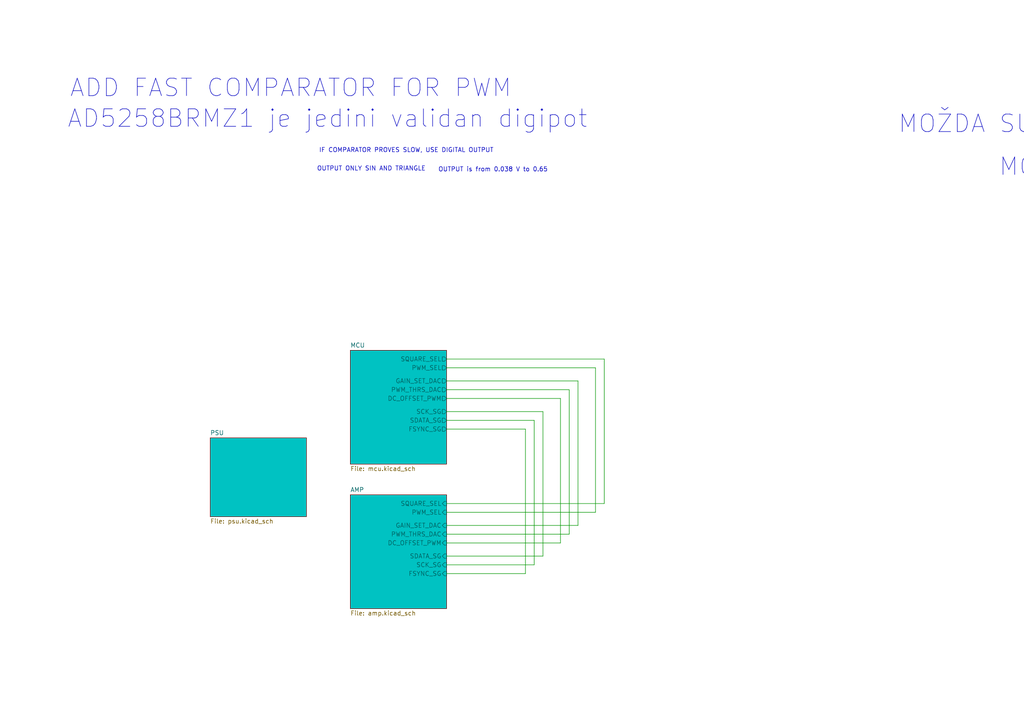
<source format=kicad_sch>
(kicad_sch
	(version 20231120)
	(generator "eeschema")
	(generator_version "8.0")
	(uuid "60b34cbc-2eaa-4dea-9ec7-288b3cc4f4a7")
	(paper "A4")
	(lib_symbols)
	(wire
		(pts
			(xy 167.64 152.4) (xy 129.54 152.4)
		)
		(stroke
			(width 0)
			(type default)
		)
		(uuid "09cf79c3-0fee-4122-be55-4668af9ef424")
	)
	(wire
		(pts
			(xy 129.54 113.03) (xy 165.1 113.03)
		)
		(stroke
			(width 0)
			(type default)
		)
		(uuid "0be0d49d-c684-41b8-9784-9045e50ea973")
	)
	(wire
		(pts
			(xy 157.48 161.29) (xy 129.54 161.29)
		)
		(stroke
			(width 0)
			(type default)
		)
		(uuid "10e01c94-a50c-41c3-8f19-9cc4f0a7751d")
	)
	(wire
		(pts
			(xy 152.4 124.46) (xy 152.4 166.37)
		)
		(stroke
			(width 0)
			(type default)
		)
		(uuid "31ff0527-7ce6-4429-9ed6-0f4a8df4ef1a")
	)
	(wire
		(pts
			(xy 172.72 148.59) (xy 129.54 148.59)
		)
		(stroke
			(width 0)
			(type default)
		)
		(uuid "35ed6bbe-7c10-455a-8277-daa1d03fbc71")
	)
	(wire
		(pts
			(xy 172.72 106.68) (xy 172.72 148.59)
		)
		(stroke
			(width 0)
			(type default)
		)
		(uuid "57845b89-7eb2-4e31-bbfd-954cae813379")
	)
	(wire
		(pts
			(xy 129.54 146.05) (xy 175.26 146.05)
		)
		(stroke
			(width 0)
			(type default)
		)
		(uuid "59a76c22-f7eb-4320-a9dc-2cd125e29da4")
	)
	(wire
		(pts
			(xy 167.64 110.49) (xy 167.64 152.4)
		)
		(stroke
			(width 0)
			(type default)
		)
		(uuid "5ea8a632-a283-43b5-8bda-b4cdf574c604")
	)
	(wire
		(pts
			(xy 175.26 104.14) (xy 129.54 104.14)
		)
		(stroke
			(width 0)
			(type default)
		)
		(uuid "6234b657-6452-4de0-b71f-6bd4ac64de30")
	)
	(wire
		(pts
			(xy 129.54 124.46) (xy 152.4 124.46)
		)
		(stroke
			(width 0)
			(type default)
		)
		(uuid "703169da-4154-4140-bc92-3dfcd20c8d08")
	)
	(wire
		(pts
			(xy 129.54 110.49) (xy 167.64 110.49)
		)
		(stroke
			(width 0)
			(type default)
		)
		(uuid "80bb4c79-0a51-4f37-901b-50b74b43c040")
	)
	(wire
		(pts
			(xy 165.1 113.03) (xy 165.1 154.94)
		)
		(stroke
			(width 0)
			(type default)
		)
		(uuid "8d5625a2-97db-4880-bfde-1f6e140c48d4")
	)
	(wire
		(pts
			(xy 129.54 119.38) (xy 157.48 119.38)
		)
		(stroke
			(width 0)
			(type default)
		)
		(uuid "8e4da920-90c3-44f2-81c3-6c820ff4e89b")
	)
	(wire
		(pts
			(xy 162.56 157.48) (xy 129.54 157.48)
		)
		(stroke
			(width 0)
			(type default)
		)
		(uuid "90924c4d-3a38-4bf4-8b8e-eb8a1666373f")
	)
	(wire
		(pts
			(xy 129.54 115.57) (xy 162.56 115.57)
		)
		(stroke
			(width 0)
			(type default)
		)
		(uuid "9c604b2d-3d2f-4548-8fc3-9f03fab4261b")
	)
	(wire
		(pts
			(xy 157.48 119.38) (xy 157.48 161.29)
		)
		(stroke
			(width 0)
			(type default)
		)
		(uuid "9e70c40d-a5e2-49f4-9526-be7ae6a5624e")
	)
	(wire
		(pts
			(xy 154.94 163.83) (xy 154.94 121.92)
		)
		(stroke
			(width 0)
			(type default)
		)
		(uuid "a4167620-a0f6-4123-9450-f8687dfba52c")
	)
	(wire
		(pts
			(xy 175.26 146.05) (xy 175.26 104.14)
		)
		(stroke
			(width 0)
			(type default)
		)
		(uuid "a5dbc395-9c4b-46ee-8953-7bf60cd4bd81")
	)
	(wire
		(pts
			(xy 129.54 163.83) (xy 154.94 163.83)
		)
		(stroke
			(width 0)
			(type default)
		)
		(uuid "ab0ec86f-88b6-4755-8f4b-1fdca2c4a15b")
	)
	(wire
		(pts
			(xy 154.94 121.92) (xy 129.54 121.92)
		)
		(stroke
			(width 0)
			(type default)
		)
		(uuid "c3ae2f6b-f1d1-4456-ae13-bf199908ef8f")
	)
	(wire
		(pts
			(xy 165.1 154.94) (xy 129.54 154.94)
		)
		(stroke
			(width 0)
			(type default)
		)
		(uuid "c5520024-cc25-4fcb-861e-032f20dff90c")
	)
	(wire
		(pts
			(xy 129.54 166.37) (xy 152.4 166.37)
		)
		(stroke
			(width 0)
			(type default)
		)
		(uuid "ca222e8e-8cb4-4e8e-8da3-07e7fcbf3d09")
	)
	(wire
		(pts
			(xy 162.56 115.57) (xy 162.56 157.48)
		)
		(stroke
			(width 0)
			(type default)
		)
		(uuid "deafb105-5464-4518-82f6-8952bd0902a2")
	)
	(wire
		(pts
			(xy 129.54 106.68) (xy 172.72 106.68)
		)
		(stroke
			(width 0)
			(type default)
		)
		(uuid "f712eb3a-2267-4351-b003-76f9bbe7f676")
	)
	(text "OUTPUT is from 0.038 V to 0.65"
		(exclude_from_sim no)
		(at 143.002 49.276 0)
		(effects
			(font
				(size 1.27 1.27)
			)
		)
		(uuid "452b5ddc-a674-4d81-aabd-55735407fc3b")
	)
	(text "IF COMPARATOR PROVES SLOW, USE DIGITAL OUTPUT"
		(exclude_from_sim no)
		(at 117.856 43.688 0)
		(effects
			(font
				(size 1.27 1.27)
			)
		)
		(uuid "6c20334e-be00-49de-8883-f8342d57687d")
	)
	(text "ADD FAST COMPARATOR FOR PWM"
		(exclude_from_sim no)
		(at 84.328 25.654 0)
		(effects
			(font
				(size 5.08 5.08)
			)
		)
		(uuid "99dc424d-0eff-4578-91cf-a88f4ebd2a43")
	)
	(text "MOŽDA 8 channel mux"
		(exclude_from_sim no)
		(at 333.248 48.514 0)
		(effects
			(font
				(size 5.08 5.08)
			)
		)
		(uuid "b24ed3e0-ddb5-40da-ba5a-ede21deb2044")
	)
	(text "OUTPUT ONLY SIN AND TRIANGLE"
		(exclude_from_sim no)
		(at 107.696 49.022 0)
		(effects
			(font
				(size 1.27 1.27)
			)
		)
		(uuid "b6c879ae-b29f-46b7-8357-3a8d2dc5dad3")
	)
	(text "AD5258BRMZ1 je jedini validan digipot\n"
		(exclude_from_sim no)
		(at 94.996 34.544 0)
		(effects
			(font
				(size 5.08 5.08)
			)
		)
		(uuid "dc532edf-b7d7-4401-b8f1-65a5f14c7ba9")
	)
	(text "MOŽDA SUMMING AMP ZA GAIN"
		(exclude_from_sim no)
		(at 319.024 36.068 0)
		(effects
			(font
				(size 5.08 5.08)
			)
		)
		(uuid "df0e8aa1-05e7-492f-a00f-82770d43615d")
	)
	(sheet
		(at 60.96 127)
		(size 27.94 22.86)
		(fields_autoplaced yes)
		(stroke
			(width 0.1524)
			(type solid)
		)
		(fill
			(color 0 194 194 1.0000)
		)
		(uuid "29213b6a-038f-4a10-a25c-7de2795cf67b")
		(property "Sheetname" "PSU"
			(at 60.96 126.2884 0)
			(effects
				(font
					(size 1.27 1.27)
				)
				(justify left bottom)
			)
		)
		(property "Sheetfile" "psu.kicad_sch"
			(at 60.96 150.4446 0)
			(effects
				(font
					(size 1.27 1.27)
				)
				(justify left top)
			)
		)
		(instances
			(project "PSG10M"
				(path "/60b34cbc-2eaa-4dea-9ec7-288b3cc4f4a7"
					(page "3")
				)
			)
		)
	)
	(sheet
		(at 101.6 101.6)
		(size 27.94 33.02)
		(fields_autoplaced yes)
		(stroke
			(width 0.1524)
			(type solid)
		)
		(fill
			(color 0 194 194 1.0000)
		)
		(uuid "6390d350-d68c-42b1-9810-a6bf9171f565")
		(property "Sheetname" "MCU"
			(at 101.6 100.8884 0)
			(effects
				(font
					(size 1.27 1.27)
				)
				(justify left bottom)
			)
		)
		(property "Sheetfile" "mcu.kicad_sch"
			(at 101.6 135.2046 0)
			(effects
				(font
					(size 1.27 1.27)
				)
				(justify left top)
			)
		)
		(pin "GAIN_SET_DAC" output
			(at 129.54 110.49 0)
			(effects
				(font
					(size 1.27 1.27)
				)
				(justify right)
			)
			(uuid "f5bb32fa-47e6-40c2-907d-563212a5fda2")
		)
		(pin "SQUARE_SEL" output
			(at 129.54 104.14 0)
			(effects
				(font
					(size 1.27 1.27)
				)
				(justify right)
			)
			(uuid "e9940547-6afb-4a1a-bca5-b135e1ce441d")
		)
		(pin "PWM_SEL" output
			(at 129.54 106.68 0)
			(effects
				(font
					(size 1.27 1.27)
				)
				(justify right)
			)
			(uuid "f5f392f1-1155-4ffb-a3b4-4b526e119b41")
		)
		(pin "DC_OFFSET_PWM" output
			(at 129.54 115.57 0)
			(effects
				(font
					(size 1.27 1.27)
				)
				(justify right)
			)
			(uuid "e2a4f2da-f633-4288-a834-de3be4b7bf57")
		)
		(pin "PWM_THRS_DAC" output
			(at 129.54 113.03 0)
			(effects
				(font
					(size 1.27 1.27)
				)
				(justify right)
			)
			(uuid "1bb4da04-df02-409a-80d6-4dd931b973f3")
		)
		(pin "SCK_SG" output
			(at 129.54 119.38 0)
			(effects
				(font
					(size 1.27 1.27)
				)
				(justify right)
			)
			(uuid "b595dd63-259d-49ac-bb87-e826f23afefc")
		)
		(pin "SDATA_SG" output
			(at 129.54 121.92 0)
			(effects
				(font
					(size 1.27 1.27)
				)
				(justify right)
			)
			(uuid "95903f98-d251-4439-bb9f-1feda5e5e2a6")
		)
		(pin "FSYNC_SG" output
			(at 129.54 124.46 0)
			(effects
				(font
					(size 1.27 1.27)
				)
				(justify right)
			)
			(uuid "132bb2cc-afbd-4647-9188-189ccad2aef3")
		)
		(instances
			(project "PSG10M"
				(path "/60b34cbc-2eaa-4dea-9ec7-288b3cc4f4a7"
					(page "2")
				)
			)
		)
	)
	(sheet
		(at 101.6 143.51)
		(size 27.94 33.02)
		(fields_autoplaced yes)
		(stroke
			(width 0.1524)
			(type solid)
		)
		(fill
			(color 0 194 194 1.0000)
		)
		(uuid "7290db3b-13a1-439f-bb11-a22c42d90abb")
		(property "Sheetname" "AMP"
			(at 101.6 142.7984 0)
			(effects
				(font
					(size 1.27 1.27)
				)
				(justify left bottom)
			)
		)
		(property "Sheetfile" "amp.kicad_sch"
			(at 101.6 177.1146 0)
			(effects
				(font
					(size 1.27 1.27)
				)
				(justify left top)
			)
		)
		(pin "PWM_SEL" input
			(at 129.54 148.59 0)
			(effects
				(font
					(size 1.27 1.27)
				)
				(justify right)
			)
			(uuid "3de7dc84-7161-47d3-bd82-e26f26ef74b5")
		)
		(pin "PWM_THRS_DAC" input
			(at 129.54 154.94 0)
			(effects
				(font
					(size 1.27 1.27)
				)
				(justify right)
			)
			(uuid "a3d96253-1823-4ad6-9c1b-4df5af90142d")
		)
		(pin "GAIN_SET_DAC" input
			(at 129.54 152.4 0)
			(effects
				(font
					(size 1.27 1.27)
				)
				(justify right)
			)
			(uuid "94bd7edc-4b93-4076-bddf-dd6b6b3ede6a")
		)
		(pin "DC_OFFSET_PWM" input
			(at 129.54 157.48 0)
			(effects
				(font
					(size 1.27 1.27)
				)
				(justify right)
			)
			(uuid "7021c540-f6d6-41bf-9e82-ecbae5c27356")
		)
		(pin "SQUARE_SEL" input
			(at 129.54 146.05 0)
			(effects
				(font
					(size 1.27 1.27)
				)
				(justify right)
			)
			(uuid "e9ec8f0e-3a7e-405d-b7a1-e5b9f3c5bccc")
		)
		(pin "SDATA_SG" input
			(at 129.54 161.29 0)
			(effects
				(font
					(size 1.27 1.27)
				)
				(justify right)
			)
			(uuid "c6f132d5-3944-4e5f-a565-b03e2884d9db")
		)
		(pin "SCK_SG" input
			(at 129.54 163.83 0)
			(effects
				(font
					(size 1.27 1.27)
				)
				(justify right)
			)
			(uuid "44fe2eeb-ecd6-4858-89e3-ebbc415dd59e")
		)
		(pin "FSYNC_SG" input
			(at 129.54 166.37 0)
			(effects
				(font
					(size 1.27 1.27)
				)
				(justify right)
			)
			(uuid "a2a3601a-6da3-40f0-8506-8702b2193a2c")
		)
		(instances
			(project "PSG10M"
				(path "/60b34cbc-2eaa-4dea-9ec7-288b3cc4f4a7"
					(page "4")
				)
			)
		)
	)
	(sheet_instances
		(path "/"
			(page "1")
		)
	)
)

</source>
